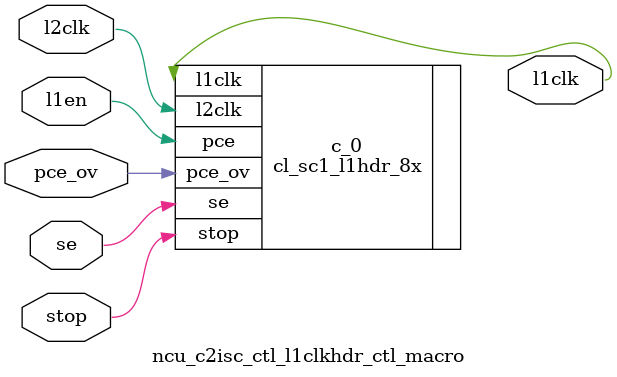
<source format=v>
`define RF_RDEN_OFFSTATE            1'b1

`define NCU_INTMANRF_DEPTH         128
`define NCU_INTMANRF_DATAWIDTH      16
`define NCU_INTMANRF_ADDRWIDTH       7
//====================================

//====================================
`define NCU_MONDORF_DEPTH           64
`define NCU_MONDORF_DATAWIDTH       72
`define NCU_MONDORF_ADDRWIDTH        6
//====================================

//====================================
`define NCU_CPUBUFRF_DEPTH          32
`define NCU_CPUBUFRF_DATAWIDTH     144
`define NCU_CPUBUFRF_ADDRWIDTH       5
//====================================

//====================================
`define NCU_IOBUFRF_DEPTH          32
`define NCU_IOBUFRF_DATAWIDTH     144
`define NCU_IOBUFRF_ADDRWIDTH       5
//====================================

//====================================
`define NCU_IOBUF1RF_DEPTH          32
`define NCU_IOBUF1RF_DATAWIDTH      32
`define NCU_IOBUF1RF_ADDRWIDTH       5
//====================================

//====================================
`define NCU_INTBUFRF_DEPTH          32
`define NCU_INTBUFRF_DATAWIDTH     144
`define NCU_INTBUFRF_ADDRWIDTH       5
//====================================

//== fix me : need to remove when warm //
//== becomes available //
`define WMR_LENGTH		10'd999
`define WMR_LENGTH_P1		10'd1000

//// NCU CSR_MAN address   80_0000_xxxx ////
`define NCU_CSR_MAN			16'h0000
`define NCU_CREG_INTMAN			16'h0000
//`define NCU_CREG_INTVECDISP		16'h0800
`define NCU_CREG_MONDOINVEC		16'h0a00
`define NCU_CREG_SERNUM			16'h1000
`define NCU_CREG_FUSESTAT		16'h1008
`define NCU_CREG_COREAVAIL		16'h1010
`define NCU_CREG_BANKAVAIL		16'h1018
`define NCU_CREG_BANK_ENABLE		16'h1020
`define NCU_CREG_BANK_ENABLE_STATUS 	16'h1028
`define NCU_CREG_L2_HASH_ENABLE		16'h1030
`define NCU_CREG_L2_HASH_ENABLE_STATUS	16'h1038


`define NCU_CREG_MEM32_BASE	16'h2000
`define NCU_CREG_MEM32_MASK	16'h2008
`define NCU_CREG_MEM64_BASE	16'h2010
`define NCU_CREG_MEM64_MASK	16'h2018
`define NCU_CREG_IOCON_BASE	16'h2020
`define NCU_CREG_IOCON_MASK	16'h2028
`define NCU_CREG_MMUFSH		16'h2030

`define NCU_CREG_ESR		16'h3000
`define NCU_CREG_ELE		16'h3008
`define NCU_CREG_EIE		16'h3010
`define NCU_CREG_EJR		16'h3018
`define NCU_CREG_FEE		16'h3020
`define NCU_CREG_PER		16'h3028
`define NCU_CREG_SIISYN		16'h3030
`define NCU_CREG_NCUSYN		16'h3038
`define NCU_CREG_SCKSEL         16'h3040
`define NCU_CREG_DBGTRIG_EN     16'h4000

//// NUC CSR_MONDO address 80_0004_xxxx ////
`define NCU_CSR_MONDO		16'h0004
`define NCU_CREG_MDATA0  	16'h0000 
`define NCU_CREG_MDATA1  	16'h0200 
`define NCU_CREG_MDATA0_ALIAS	16'h0400 
`define NCU_CREG_MDATA1_ALIAS	16'h0600 
`define NCU_CREG_MBUSY		16'h0800 
`define NCU_CREG_MBUSY_ALIAS	16'h0a00 



// ASI shared reg 90_xxxx_xxxx//
`define NCU_ASI_A_HIT			10'h104 // 6-bits cpuid and thread id are "x"
`define NCU_ASI_B_HIT			10'h1CC // 6-bits cpuid and thread id are "x"
`define NCU_ASI_C_HIT			10'h114	// 6-bits cpuid and thread id are "x"
`define NCU_ASI_COREAVAIL		16'h0000
`define NCU_ASI_CORE_ENABLE_STATUS	16'h0010
`define NCU_ASI_CORE_ENABLE		16'h0020
`define NCU_ASI_XIR_STEERING		16'h0030
`define NCU_ASI_CORE_RUNNINGRW		16'h0050
`define NCU_ASI_CORE_RUNNING_STATUS	16'h0058
`define NCU_ASI_CORE_RUNNING_W1S	16'h0060
`define NCU_ASI_CORE_RUNNING_W1C	16'h0068
`define NCU_ASI_INTVECDISP		16'h0000
`define NCU_ASI_ERR_STR                 16'h1000
`define NCU_ASI_WMR_VEC_MASK            16'h0018
`define NCU_ASI_CMP_TICK_ENABLE		16'h0038


//// UCB packet type ////
`define UCB_READ_NACK	4'b0000    // ack/nack types
`define UCB_READ_ACK	4'b0001
`define UCB_WRITE_ACK	4'b0010
`define UCB_IFILL_ACK	4'b0011
`define UCB_IFILL_NACK	4'b0111

`define UCB_READ_REQ	4'b0100    // req types
`define UCB_WRITE_REQ	4'b0101
`define UCB_IFILL_REQ	4'b0110

`define UCB_INT		4'b1000    // plain interrupt
`define UCB_INT_VEC	4'b1100    // interrupt with vector
`define UCB_INT_SOC_UE	4'b1001    // soc interrup ue
`define UCB_INT_SOC_CE  4'b1010    // soc interrup ce
`define UCB_RESET_VEC	4'b0101    // reset with vector
`define UCB_IDLE_VEC	4'b1110    // idle with vector
`define UCB_RESUME_VEC	4'b1111    // resume with vector

`define UCB_INT_SOC 	4'b1101    // soc interrup ce


//// PCX packet type ////
`define	PCX_LOAD_RQ	5'b00000
`define	PCX_IMISS_RQ	5'b10000
`define	PCX_STORE_RQ	5'b00001
`define PCX_FWD_RQs	5'b01101
`define PCX_FWD_RPYs	5'b01110

//// CPX packet type ////
//`define CPX_LOAD_RET	4'b0000
`define CPX_LOAD_RET	4'b1000
`define CPX_ST_ACK	4'b0100
//`define CPX_IFILL_RET	4'b0001
`define CPX_IFILL_RET	4'b1001
`define CPX_INT_RET	4'b0111
`define CPX_INT_SOC	4'b1101
//`define CPX_FWD_RQ_RET	4'b1010
//`define CPX_FWD_RPY_RET	4'b1011




//// Global CSR decode ////
`define NCU_CSR		8'h80
`define NIU_CSR		8'h81
//`define RNG_CSR		8'h82
`define DBG1_CSR               8'h86
`define CCU_CSR		8'h83
`define MCU_CSR		8'h84
`define TCU_CSR		8'h85
`define DMU_CSR		8'h88
`define RCU_CSR		8'h89
`define NCU_ASI		8'h90
			/////8'h91 ~ 9F reserved
			/////8'hA0 ~ BF L2 CSR////
`define DMU_PIO		4'hC   // C0 ~ CF
			/////8'hB0 ~ FE reserved
`define SSI_CSR		8'hFF


//// NCU_SSI ////
`define SSI_ADDR 	 	12'hFF_F
`define SSI_ADDR_TIMEOUT_REG	40'hFF_0001_0088
`define SSI_ADDR_LOG_REG	40'hFF_0000_0018

`define IF_IDLE 2'b00
`define IF_ACPT 2'b01
`define IF_DROP 2'b10

`define SSI_IDLE     3'b000
`define	SSI_REQ      3'b001
`define	SSI_WDATA    3'b011
`define	SSI_REQ_PAR  3'b101
`define	SSI_ACK      3'b111
`define	SSI_RDATA    3'b110
`define	SSI_ACK_PAR  3'b010










module ncu_c2isc_ctl (
  iol2clk, 
  tcu_scan_en, 
  scan_in, 
  scan_out, 
  tcu_pce_ov, 
  tcu_clk_stop, 
  tcu_aclk, 
  tcu_bclk, 
  pcx_packet, 
  pcx_packet_ue, 
  pcx_packet_pe, 
  pas, 
  pa_ld, 
  cpubuf_rd, 
  cpu_packet_type, 
  cpu_packet_size, 
  c2i_packet_addr, 
  cpubuf_tail_f, 
  cpubuf_head_s, 
  cpubuf_head_ptr, 
  cpubuf_rden, 
  mem32_base, 
  mem32_mask, 
  mem32_en, 
  mem64_base, 
  mem64_mask, 
  mem64_en, 
  iocon_base, 
  iocon_mask, 
  iocon_en, 
  cpubuf_pe, 
  cpubuf_ue, 
  mb0_raddr, 
  mb1_run, 
  mb1_addr, 
  mb1_cpubuf_rd_en, 
  c2i_packet_vld, 
  c2i_packet_is_rd_req, 
  c2i_packet_is_wr_req, 
  dmupio_ucb_sel, 
  com_map, 
  dmupio_addr35to24, 
  dmupio_ucb_buf_acpt, 
  dmucsr_ucb_sel, 
  dmucsr_ucb_buf_acpt, 
  ssi_ucb_sel, 
  ssi_ucb_buf_acpt, 
  mcu0_ucb_sel, 
  mcu0_ucb_buf_acpt, 
  mcu1_ucb_sel, 
  mcu1_ucb_buf_acpt, 
  mcu2_ucb_sel, 
  mcu2_ucb_buf_acpt, 
  mcu3_ucb_sel, 
  mcu3_ucb_buf_acpt, 
  ccu_ucb_sel, 
  ccu_ucb_buf_acpt, 
  rcu_ucb_sel, 
  rcu_ucb_buf_acpt, 
  dbg1_ucb_sel, 
  dbg1_ucb_buf_acpt, 
  niu_ucb_sel, 
  niu_ucb_buf_acpt, 
  ncu_man_ucb_sel, 
  ncu_man_ucb_buf_acpt, 
  ncu_int_ucb_sel, 
  ncu_int_ucb_buf_acpt, 
  bounce_ucb_sel, 
  bounce_ucb_buf_acpt, 
  rd_nack_ucb_sel, 
  rd_nack_ucb_buf_acpt, 
  srvc_wr_ack, 
  iobuf_avail, 
  c2i_wait, 
  tap_iob_packet_vld, 
  tap_iob_packet, 
  iob_tap_busy, 
  tap_sel) ;
wire cpubuf_tail_ff_scanin;
wire cpubuf_tail_ff_scanout;
wire [5:0] cpubuf_tail;
wire l1clk;
wire cpubuf_head_d1_ff_scanin;
wire cpubuf_head_d1_ff_scanout;
wire [5:0] cpubuf_head_d1;
wire [5:0] cpubuf_head;
wire pipe_full;
wire aov;
wire pav;
wire pbv;
wire cpu_vld;
wire head_inc;
wire aog;
wire rd;
wire cpubuf_rden_nobist_eco;
wire aog_ff_scanin;
wire aog_ff_scanout;
wire aov_next;
wire aov_ff_scanin;
wire aov_ff_scanout;
wire pav_ff_scanin;
wire pav_ff_scanout;
wire pb_ld;
wire pbv_ff_scanin;
wire pbv_ff_scanout;
wire pbs_next;
wire pbs_ff_scanin;
wire pbs_ff_scanout;
wire pbs;
wire mov;
wire cpu_sel;
wire ucb_buf_acpt;
wire cpu_packet_needs_wr_ack;
wire cpu_vld_next;
wire cpu_vld_ff_scanin;
wire cpu_vld_ff_scanout;
wire tap_vld;
wire [3:0] cpu_wr_pkt_sz;
wire unconnect_cpu_wr_pkt_sz_0;
wire [2:0] cpu_wr_pkt_sz_enc;
wire cpu_packet_is_8B;
wire tap_packet_is_8B;
wire c2i_packet_is_if_req;
wire c2i_packet_is_ack;
wire c2i_packet_is_8B;
wire tcu_ucb_sel;
wire pcie_hit;
wire [11:0] mem32_masked;
wire [11:0] mem64_masked;
wire [11:0] iocon_masked;
wire mem32_vld;
wire mem64_vld;
wire iocon_vld;
wire [11:0] muxed_mask;
wire no_match_ucb;
wire blackhole_acpt;
wire siclk;
wire soclk;
wire se;
wire pce_ov;
wire stop;



////////////////////////////////////////////////////////////////////////
// Signal declarations
////////////////////////////////////////////////////////////////////////
// Global interface
input		iol2clk;

input		tcu_scan_en;
input		scan_in;
output		scan_out;
input		tcu_pce_ov;
input		tcu_clk_stop;
input		tcu_aclk;
input		tcu_bclk;

// c2i sdp 
input [128:0]	pcx_packet;
input		pcx_packet_ue;
input		pcx_packet_pe;
output		pas;		// 0in known_driven
output		pa_ld;		// 0in known_driven
output		cpubuf_rd;	// 0in known_driven
//output	cpu_packet_is_req;
output [3:0]	cpu_packet_type;
output [2:0]	cpu_packet_size;
input [39:0]	c2i_packet_addr;

// c2i fctrl
input [5:0]	cpubuf_tail_f; // 0in known_driven
output [5:0]	cpubuf_head_s; // 0in known_driven

// CPU buffer interface
output [4:0]	cpubuf_head_ptr;// 0in known_driven
output		cpubuf_rden;	// 0in known_driven

// creg from ctrl blk //
input [11:0]	mem32_base;	// 0in known_driven
input [11:0]	mem32_mask;	// 0in known_driven
input		mem32_en;	// 0in known_driven
input [11:0]	mem64_base;	// 0in known_driven
input [11:0]	mem64_mask;	// 0in known_driven
input		mem64_en;	// 0in known_driven
input [11:0]	iocon_base;	// 0in known_driven
input [11:0]	iocon_mask;	// 0in known_driven
input		iocon_en;	// 0in known_driven
output		cpubuf_pe;	// 0in known_driven
output		cpubuf_ue;	// 0in known_driven

// mb0 signals //
input [5:0]	mb0_raddr;
//input		mb0_cpubuf_sel;
input		mb1_run;
input [5:0]     mb1_addr;
input		mb1_cpubuf_rd_en;


// UCB buffer interface
output		c2i_packet_vld; // 0in known_driven
output		c2i_packet_is_rd_req; // 0in known -active c2i_packet_vld
output		c2i_packet_is_wr_req; // 0in known -active c2i_packet_vld

output		dmupio_ucb_sel;		// 0in known -active c2i_packet_vld
output [1:0]	com_map;		// 0in known -active c2i_packet_vld
output [11:0]	dmupio_addr35to24 ;
input		dmupio_ucb_buf_acpt; 	// 0in known -active c2i_packet_vld
output		dmucsr_ucb_sel;		// 0in known -active c2i_packet_vld
input		dmucsr_ucb_buf_acpt; 	// 0in known -active c2i_packet_vld
output		ssi_ucb_sel;		// 0in known -active c2i_packet_vld
input		ssi_ucb_buf_acpt; 	// 0in known -active c2i_packet_vld
output		mcu0_ucb_sel;		// 0in known -active c2i_packet_vld
input		mcu0_ucb_buf_acpt; 	// 0in known -active c2i_packet_vld
output		mcu1_ucb_sel;		// 0in known -active c2i_packet_vld
input		mcu1_ucb_buf_acpt; 	// 0in known -active c2i_packet_vld
output		mcu2_ucb_sel;		// 0in known -active c2i_packet_vld
input		mcu2_ucb_buf_acpt; 	// 0in known -active c2i_packet_vld
output		mcu3_ucb_sel;		// 0in known -active c2i_packet_vld
input		mcu3_ucb_buf_acpt; 	// 0in known -active c2i_packet_vld
output		ccu_ucb_sel;		// 0in known -active c2i_packet_vld
input		ccu_ucb_buf_acpt; 	// 0in known -active c2i_packet_vld
output		rcu_ucb_sel;		// 0in known -active c2i_packet_vld
input		rcu_ucb_buf_acpt; 	// 0in known -active c2i_packet_vld
output          dbg1_ucb_sel;           // 0in known -active c2i_packet_vld
input           dbg1_ucb_buf_acpt;      // 0in known -active c2i_packet_vld
output		niu_ucb_sel;		// 0in known -active c2i_packet_vld
input		niu_ucb_buf_acpt; 	// 0in known -active c2i_packet_vld
output		ncu_man_ucb_sel;	// 0in known -active c2i_packet_vld
input		ncu_man_ucb_buf_acpt; 	// 0in known -active c2i_packet_vld
output		ncu_int_ucb_sel;	// 0in known -active c2i_packet_vld
input		ncu_int_ucb_buf_acpt; 	// 0in known -active c2i_packet_vld
output		bounce_ucb_sel;		// 0in known -active c2i_packet_vld
input		bounce_ucb_buf_acpt; 	// 0in known -active c2i_packet_vld
output		rd_nack_ucb_sel;	// 0in known -active c2i_packet_vld
input		rd_nack_ucb_buf_acpt; 	// 0in known -active c2i_packet_vld

output		srvc_wr_ack;	// 0in known_driven
input		iobuf_avail;	// 0in known_driven
input		c2i_wait;	// 0in known_driven

input		tap_iob_packet_vld;	// 0in known_driven
input [127:0]	tap_iob_packet;
output		iob_tap_busy;		// 0in known_driven
output		tap_sel;


// Internal signals


reg		cpu_packet_is_rd_req;
reg		cpu_packet_is_wr_req;
reg		cpu_packet_is_if_req;
reg [3:0]	cpu_packet_type;
reg [2:0]	cpu_packet_size;

reg		tap_packet_is_rd_req;
reg		tap_packet_is_wr_req;
reg		tap_packet_is_ack;
reg		tap_packet_is_if_req;



// Request packets for these masters will go to one ucb




/*****************************************************************
 * CPU Buffer Control
 *****************************************************************/ 
// Flop tail pointer to convert to io clock domain
ncu_c2isc_ctl_msff_ctl_macro__width_6 cpubuf_tail_ff 
				(
				.scan_in(cpubuf_tail_ff_scanin),
				.scan_out(cpubuf_tail_ff_scanout),
				.dout		(cpubuf_tail[5:0]),
				.l1clk		(l1clk),
				.din		(cpubuf_tail_f[5:0]),
  .siclk(siclk),
  .soclk(soclk)
				);
ncu_c2isc_ctl_msff_ctl_macro__width_6 cpubuf_head_d1_ff 
				(
				.scan_in(cpubuf_head_d1_ff_scanin),
				.scan_out(cpubuf_head_d1_ff_scanout),
				.dout		(cpubuf_head_d1[5:0]),
				.l1clk		(l1clk),
				.din		(cpubuf_head[5:0]),
  .siclk(siclk),
  .soclk(soclk)
				);

assign	cpubuf_head_ptr[4:0] = mb1_run ? mb1_addr[4:0] : cpubuf_head[4:0];
assign 	cpubuf_head_s[5:0] = cpubuf_head_d1[5:0];
//assign 	pipe_full = (aov+pav+pbv+cpu_vld)==2'b11 ;
assign	pipe_full = ~aov ? (pav & pbv & cpu_vld) :
		    ~pav ? (pbv & cpu_vld) :
		    ~pbv ? (cpu_vld) : 1'b1 ;
assign	head_inc = aog & (rd | ~pipe_full) ;
assign	cpubuf_head[5:0] = head_inc ? cpubuf_head_d1[5:0]+6'h01 : cpubuf_head_d1[5:0] ;

assign	cpubuf_rden = mb1_run ? mb1_cpubuf_rd_en : (cpubuf_tail[5:0] != cpubuf_head[5:0]) ;
assign	cpubuf_rden_nobist_eco = (cpubuf_tail[5:0] != cpubuf_head[5:0]) ;
//assign	aog_next = (cpubuf_tail[5:0] != cpubuf_head[5:0]) ;
ncu_c2isc_ctl_msff_ctl_macro__width_1 aog_ff 
				(
				.scan_in(aog_ff_scanin),
				.scan_out(aog_ff_scanout),
				.dout		(aog),
				.l1clk		(l1clk),
				.din		(cpubuf_rden_nobist_eco),
  .siclk(siclk),
  .soclk(soclk)
				);

assign	aov_next = cpubuf_rden_nobist_eco & (head_inc | ~aog);
ncu_c2isc_ctl_msff_ctl_macro__width_1 aov_ff 
				(
				.scan_in(aov_ff_scanin),
				.scan_out(aov_ff_scanout),
				.dout		(aov),
				.l1clk		(l1clk),
				.din		(aov_next),
  .siclk(siclk),
  .soclk(soclk)
				);

assign	pa_ld = (pav==cpubuf_rd) ;
ncu_c2isc_ctl_msff_ctl_macro__en_1__width_1 pav_ff  
				(
				.scan_in(pav_ff_scanin),
				.scan_out(pav_ff_scanout),
				.dout		(pav),
				.l1clk		(l1clk),
				.en		(pa_ld),
				.din		(pbv),
  .siclk(siclk),
  .soclk(soclk)
				);

assign	pb_ld = (~pav | cpubuf_rd | ~pbv) ;
ncu_c2isc_ctl_msff_ctl_macro__en_1__width_1 pbv_ff  
				(
				.scan_in(pbv_ff_scanin),
				.scan_out(pbv_ff_scanout),
				.dout		(pbv),
				.l1clk		(l1clk),
				.en		(pb_ld),
				.din		(aov),
  .siclk(siclk),
  .soclk(soclk)
				);

assign	pbs_next = pas ? (aov & !pbv & pav)&rd : cpubuf_rd ;
ncu_c2isc_ctl_msff_ctl_macro__width_1 pbs_ff 
				(
				.scan_in(pbs_ff_scanin),
				.scan_out(pbs_ff_scanout),
				.dout		(pbs),
				.l1clk		(l1clk),
				.din		(pbs_next),
  .siclk(siclk),
  .soclk(soclk)
				);
assign 	pas = ~pbs;


assign	mov = pas ? pav : pbv ;
assign	cpubuf_rd = mov & (~cpu_vld | rd) ;

assign	rd = (cpu_vld & ( (cpu_sel&ucb_buf_acpt)|
			   pcx_packet_ue|
			  (pcx_packet_pe&cpu_packet_needs_wr_ack&(iobuf_avail&~c2i_wait))) );

//assign	cpubuf_ue = rd&pcx_packet_ue;
assign	cpubuf_ue = cpu_vld&pcx_packet_ue;
assign	cpubuf_pe = rd&pcx_packet_pe;

/*****************************************************************
 * Arbitrate between TAP and CPU requests
 *****************************************************************/ 
// Valid indicates which master has a valid packet pending
assign	cpu_vld_next = cpu_vld ? (~rd|mov) : mov ;
//assign 	cpu_vld_next = cpubuf_rd | (cpu_vld & ~(cpu_sel & ucb_buf_acpt));

ncu_c2isc_ctl_msff_ctl_macro__width_1 cpu_vld_ff 
				(
				.scan_in(cpu_vld_ff_scanin),
				.scan_out(cpu_vld_ff_scanout),
				.dout		(cpu_vld),
				.l1clk		(l1clk),
				.din		(cpu_vld_next),
  .siclk(siclk),
  .soclk(soclk)
				);

assign 	tap_vld = tap_iob_packet_vld;


// TAP packets priority > PCX packets priority
assign 	tap_sel = tap_vld;
assign 	cpu_sel = ~tap_vld;

// Signal masters if the packet is accepted
assign 	iob_tap_busy = tap_vld & ~ucb_buf_acpt;


assign 	c2i_packet_vld = tap_vld | (cpu_vld & ~pcx_packet_ue & ~(pcx_packet_pe&cpu_packet_is_wr_req) & 
						( dmupio_ucb_sel|
	                                        ~(cpu_packet_needs_wr_ack&(~iobuf_avail|c2i_wait))    
				                ) );


assign		cpu_wr_pkt_sz[3:0]  = 	({3'b0,pcx_packet[111]}+{3'b0,pcx_packet[110]}) +
					({3'b0,pcx_packet[109]}+{3'b0,pcx_packet[108]}) +
					({3'b0,pcx_packet[107]}+{3'b0,pcx_packet[106]}) +
					({3'b0,pcx_packet[105]}+{3'b0,pcx_packet[104]})  ;

assign		unconnect_cpu_wr_pkt_sz_0 = cpu_wr_pkt_sz[0];
assign		cpu_wr_pkt_sz_enc[2:0] = cpu_wr_pkt_sz[3] ? 3'b011 : cpu_wr_pkt_sz[3:1] ;

/*****************************************************************
 * Decode packet from CPU buffer
 *****************************************************************/
always @(/*AUTOSENSE*/cpu_wr_pkt_sz_enc or pcx_packet) begin
   // Packet will be dropped if it is not a request 
   case (pcx_packet[128:124]) //rqtyp//
	`PCX_LOAD_RQ : begin
	   cpu_packet_is_rd_req = 1'b1;
	   cpu_packet_is_wr_req = 1'b0;
	   cpu_packet_is_if_req = 1'b0;
	   cpu_packet_type[3:0] = `UCB_READ_REQ ;
	   cpu_packet_size[2:0] = {1'b0,pcx_packet[105:104]} ;
	end
	`PCX_IMISS_RQ : begin
	   cpu_packet_is_rd_req = 1'b0;
	   cpu_packet_is_wr_req = 1'b0;
	   cpu_packet_is_if_req = 1'b1;
	   cpu_packet_type[3:0] = `UCB_IFILL_REQ ;
	   cpu_packet_size[2:0] = {1'b0,pcx_packet[105:104]} ;
	end
	`PCX_STORE_RQ : begin
	   cpu_packet_is_rd_req = 1'b0;
	   cpu_packet_is_wr_req = 1'b1;
	   cpu_packet_is_if_req = 1'b0;
	   cpu_packet_type[3:0] = `UCB_WRITE_REQ ;
	   cpu_packet_size[2:0] = cpu_wr_pkt_sz_enc[2:0] ;
	end
	default : begin
           cpu_packet_is_rd_req = 1'b0;
           cpu_packet_is_wr_req = 1'b0;
           cpu_packet_is_if_req = 1'b0;
           cpu_packet_type[3:0] = 4'hf;
	   cpu_packet_size[2:0] = 3'b0;
	end
   endcase // case(pcx_packet[128:124])
end


// Decode PCX packet to see if it is a write request.  We need to
// generate acks for writes.
assign 	cpu_packet_needs_wr_ack = (pcx_packet[128:124] == `PCX_STORE_RQ) ;

//assign 	cpu_packet_is_8B = pcx_packet[106:104] == 3'b011;
assign 	cpu_packet_is_8B = (cpu_packet_size[2:0] == 3'b011) ;


/*****************************************************************
 * Decode packet from TAP
 *****************************************************************/
always @(/*AUTOSENSE*/tap_iob_packet) begin
   case (tap_iob_packet[3:0])
	`UCB_READ_REQ : begin
	   tap_packet_is_rd_req = 1'b1;
	   tap_packet_is_wr_req = 1'b0;
	   tap_packet_is_ack = 1'b0;
	   tap_packet_is_if_req = 1'b0;
	end
	`UCB_WRITE_REQ : begin
	   tap_packet_is_rd_req = 1'b0;
	   tap_packet_is_wr_req = 1'b1;
	   tap_packet_is_ack = 1'b0;
	   tap_packet_is_if_req = 1'b0;
	end
	`UCB_IFILL_REQ : begin
	   tap_packet_is_rd_req = 1'b0;
	   tap_packet_is_wr_req = 1'b0;
	   tap_packet_is_ack = 1'b0;
	   tap_packet_is_if_req = 1'b1;
	end
	`UCB_READ_NACK,
	`UCB_READ_ACK : begin
	   tap_packet_is_rd_req = 1'b0;
	   tap_packet_is_wr_req = 1'b0;
	   tap_packet_is_ack = 1'b1;
	   tap_packet_is_if_req = 1'b0;
	end
	default : begin
           tap_packet_is_rd_req = 1'b0;
           tap_packet_is_wr_req = 1'b0;
           tap_packet_is_ack = 1'b0;
	   tap_packet_is_if_req = 1'b0;
	end
   endcase
end // always @ (...

assign 	tap_packet_is_8B = tap_iob_packet[14:12] == 3'b011;


/*****************************************************************
 * Mux between TAP and CPU packet
 *****************************************************************/
assign 	c2i_packet_is_rd_req = tap_sel ? tap_packet_is_rd_req : cpu_packet_is_rd_req;

assign 	c2i_packet_is_wr_req = tap_sel ? tap_packet_is_wr_req : cpu_packet_is_wr_req;

assign 	c2i_packet_is_if_req = tap_sel ? tap_packet_is_if_req : cpu_packet_is_if_req;

assign c2i_packet_is_ack = tap_sel ? tap_packet_is_ack : 1'b0 ;

assign 	c2i_packet_is_8B = tap_sel ? tap_packet_is_8B : cpu_packet_is_8B;


/*****************************************************************
 * Decode 8 MSB of c2i packet address to figure out which UCB it
 * should go to
 *****************************************************************/ 
// jimmy: assign mem_ucb_sel  = ((c2i_packet_addr[39:32] <= `DRAM_DATA_HI) &
// jimmy: 	    (c2i_packet_addr[39:32] >= `DRAM_DATA_LO)) &
// jimmy: 	   (c2i_packet_is_rd_req | c2i_packet_is_wr_req);

// jimmy: assign l2_ucb_sel   =  (c2i_packet_addr[39:32] == `TAP2L2C) &

// jimmy: assign asi_ucb_sel  =  (c2i_packet_addr[39:32] == `TAP2ASI) &
// jimmy: 	    (c2i_packet_is_rd_req | c2i_packet_is_wr_req) & c2i_packet_is_8B;

assign tcu_ucb_sel  =  (c2i_packet_addr[39:32] == `TCU_CSR) &
 	    (c2i_packet_is_rd_req | c2i_packet_is_wr_req) & c2i_packet_is_8B;

////
// Bit 13:12 indicate which DRAM control we want
assign 	mcu0_ucb_sel    = ((c2i_packet_addr[39:32] == `MCU_CSR) &
			   (c2i_packet_addr[13:12] == 2'b00)) &
			  (c2i_packet_is_rd_req | c2i_packet_is_wr_req) & c2i_packet_is_8B;

assign 	mcu1_ucb_sel    = ((c2i_packet_addr[39:32] == `MCU_CSR) &
			   (c2i_packet_addr[13:12] == 2'b01)) &
			  (c2i_packet_is_rd_req | c2i_packet_is_wr_req) & c2i_packet_is_8B;

assign 	mcu2_ucb_sel    = ((c2i_packet_addr[39:32] == `MCU_CSR) &
			   (c2i_packet_addr[13:12] == 2'b10)) &
			  (c2i_packet_is_rd_req | c2i_packet_is_wr_req) & c2i_packet_is_8B;

assign 	mcu3_ucb_sel    = ((c2i_packet_addr[39:32] == `MCU_CSR) &
			   (c2i_packet_addr[13:12] == 2'b11)) &
			  (c2i_packet_is_rd_req | c2i_packet_is_wr_req) & c2i_packet_is_8B;

assign 	dmucsr_ucb_sel  = (c2i_packet_addr[39:32] == `DMU_CSR) &
			  (c2i_packet_is_rd_req | c2i_packet_is_wr_req) & c2i_packet_is_8B;

////
assign	pcie_hit = (c2i_packet_addr[39:36]==`DMU_PIO) ;
assign	mem32_masked[11:0] = c2i_packet_addr[35:24] & mem32_mask[11:0] ;
assign	mem64_masked[11:0] = c2i_packet_addr[35:24] & mem64_mask[11:0] ;
assign	iocon_masked[11:0] = c2i_packet_addr[35:24] & iocon_mask[11:0] ;
assign	mem32_vld = (mem32_masked[11:0]==mem32_base[11:0]) & pcie_hit & mem32_en ;
assign	mem64_vld = (mem64_masked[11:0]==mem64_base[11:0]) & pcie_hit & mem64_en ;
assign	iocon_vld = (iocon_masked[11:0]==iocon_base[11:0]) & pcie_hit & iocon_en ;
assign	com_map[1:0] =  mem64_vld ? 2'b11 :
			mem32_vld ? 2'b10 : {1'b0,c2i_packet_addr[28]} ; 

assign	muxed_mask[11:0] = mem64_vld ? mem64_mask[11:0] :
			   mem32_vld ? mem32_mask[11:0] :
			     	       iocon_mask[11:0] ;

assign  dmupio_addr35to24[11:0] = c2i_packet_addr[35:24] & {~muxed_mask[11:0]} ;

assign 	dmupio_ucb_sel  = ((mem32_vld|mem64_vld|iocon_vld) &
			   (c2i_packet_is_rd_req | c2i_packet_is_wr_req) ) ;

////
assign 	ssi_ucb_sel     = (c2i_packet_addr[39:32] == `SSI_CSR) &
			  (c2i_packet_is_rd_req | c2i_packet_is_wr_req | 
			    c2i_packet_is_if_req);

assign 	ccu_ucb_sel     = (c2i_packet_addr[39:32] == `CCU_CSR) &
			  (c2i_packet_is_rd_req | c2i_packet_is_wr_req) & c2i_packet_is_8B;

assign 	rcu_ucb_sel     = (c2i_packet_addr[39:32] == `RCU_CSR) &
			  (c2i_packet_is_rd_req | c2i_packet_is_wr_req) & c2i_packet_is_8B;

assign 	dbg1_ucb_sel     = (c2i_packet_addr[39:32] == `DBG1_CSR) &
			  (c2i_packet_is_rd_req | c2i_packet_is_wr_req) & c2i_packet_is_8B;

assign 	niu_ucb_sel     = (c2i_packet_addr[39:32] == `NIU_CSR) & (c2i_packet_addr[2:0]==3'b000) &
			  (c2i_packet_is_rd_req | c2i_packet_is_wr_req) & c2i_packet_is_8B;

//// addr[18] to tell if ncu's access is man or int(tap_mondo) ////
assign 	ncu_man_ucb_sel = ( ((c2i_packet_addr[39:32] == `NCU_CSR)&(c2i_packet_addr[31:16]==`NCU_CSR_MAN)) | 
                            (c2i_packet_addr[39:32] == `NCU_ASI) ) &
			  (c2i_packet_is_rd_req | c2i_packet_is_wr_req) & c2i_packet_is_8B ;

assign 	ncu_int_ucb_sel = (c2i_packet_addr[39:32] == `NCU_CSR)&(c2i_packet_addr[31:16]==`NCU_CSR_MONDO) &
			  (c2i_packet_is_rd_req | c2i_packet_is_wr_req) & c2i_packet_is_8B;

// Request to L2/TAP/ASI addresses can only be accessed through the i2c path
// Ack to CPU/TAP is also sent through the i2c path
assign  bounce_ucb_sel = tcu_ucb_sel | c2i_packet_is_ack;

// Any request that does not match any defined address space
assign  no_match_ucb = 	~(	tcu_ucb_sel |
				mcu0_ucb_sel |
				mcu1_ucb_sel |
				mcu2_ucb_sel |
				mcu3_ucb_sel |
				dmucsr_ucb_sel |
				dmupio_ucb_sel |
				ssi_ucb_sel |
				ccu_ucb_sel |
				rcu_ucb_sel |
				dbg1_ucb_sel |
				niu_ucb_sel |
				ncu_man_ucb_sel |
				ncu_int_ucb_sel  ) ;


// This handles either read nack or ifill nack
assign     rd_nack_ucb_sel = no_match_ucb &
	                        (c2i_packet_is_rd_req | c2i_packet_is_if_req);

// The Black-Hole ucb is for sinking packets with undefined transaction type
assign     blackhole_acpt = c2i_packet_vld &
	                       ((~c2i_packet_is_rd_req & ~c2i_packet_is_wr_req &
				 ~c2i_packet_is_if_req & ~c2i_packet_is_ack) |
				(no_match_ucb & c2i_packet_is_wr_req));

// ucb_buf_acpt means c2i_packet has been accepted by a ucb buffer
// Assertion: At most only one device should accept
assign     ucb_buf_acpt =  (	dmupio_ucb_buf_acpt |
				dmucsr_ucb_buf_acpt |
				ssi_ucb_buf_acpt |
				mcu0_ucb_buf_acpt |
				mcu1_ucb_buf_acpt |
				mcu2_ucb_buf_acpt |
				mcu3_ucb_buf_acpt |
				ccu_ucb_buf_acpt |
				rcu_ucb_buf_acpt |
				dbg1_ucb_buf_acpt |
				niu_ucb_buf_acpt |
				ncu_man_ucb_buf_acpt |
				ncu_int_ucb_buf_acpt |
				bounce_ucb_buf_acpt |
				rd_nack_ucb_buf_acpt |
				blackhole_acpt );


// Generate write ack if ucb buffer is accepting a write request
assign     srvc_wr_ack = cpu_sel & (ucb_buf_acpt|(cpu_vld&pcx_packet_pe)) & 
			          cpu_packet_needs_wr_ack & ~dmupio_ucb_sel;


/**** adding clock header ****/
ncu_c2isc_ctl_l1clkhdr_ctl_macro clkgen (
				.l2clk	(iol2clk),
				.l1en	(1'b1),
				.l1clk	(l1clk),
  .pce_ov(pce_ov),
  .stop(stop),
  .se(se)
				);

/*** building tcu port ***/
assign	siclk = tcu_aclk;
assign	soclk = tcu_bclk;
assign	   se = tcu_scan_en;
assign	pce_ov = tcu_pce_ov;
assign	stop = tcu_clk_stop;

// fixscan start:
assign cpubuf_tail_ff_scanin     = scan_in                  ;
assign cpubuf_head_d1_ff_scanin  = cpubuf_tail_ff_scanout   ;
assign aog_ff_scanin             = cpubuf_head_d1_ff_scanout;
assign aov_ff_scanin             = aog_ff_scanout           ;
assign pav_ff_scanin             = aov_ff_scanout           ;
assign pbv_ff_scanin             = pav_ff_scanout           ;
assign pbs_ff_scanin             = pbv_ff_scanout           ;
assign cpu_vld_ff_scanin         = pbs_ff_scanout           ;
assign scan_out                  = cpu_vld_ff_scanout       ;
// fixscan end:
endmodule // c2i_sctrl


// Local Variables:
// verilog-auto-sense-defines-constant:t
// End:






// any PARAMS parms go into naming of macro

module ncu_c2isc_ctl_msff_ctl_macro__width_6 (
  din, 
  l1clk, 
  scan_in, 
  siclk, 
  soclk, 
  dout, 
  scan_out);
wire [5:0] fdin;
wire [4:0] so;

  input [5:0] din;
  input l1clk;
  input scan_in;


  input siclk;
  input soclk;

  output [5:0] dout;
  output scan_out;
assign fdin[5:0] = din[5:0];






dff #(6)  d0_0 (
.l1clk(l1clk),
.siclk(siclk),
.soclk(soclk),
.d(fdin[5:0]),
.si({scan_in,so[4:0]}),
.so({so[4:0],scan_out}),
.q(dout[5:0])
);












endmodule













// any PARAMS parms go into naming of macro

module ncu_c2isc_ctl_msff_ctl_macro__width_1 (
  din, 
  l1clk, 
  scan_in, 
  siclk, 
  soclk, 
  dout, 
  scan_out);
wire [0:0] fdin;

  input [0:0] din;
  input l1clk;
  input scan_in;


  input siclk;
  input soclk;

  output [0:0] dout;
  output scan_out;
assign fdin[0:0] = din[0:0];






dff #(1)  d0_0 (
.l1clk(l1clk),
.siclk(siclk),
.soclk(soclk),
.d(fdin[0:0]),
.si(scan_in),
.so(scan_out),
.q(dout[0:0])
);












endmodule













// any PARAMS parms go into naming of macro

module ncu_c2isc_ctl_msff_ctl_macro__en_1__width_1 (
  din, 
  en, 
  l1clk, 
  scan_in, 
  siclk, 
  soclk, 
  dout, 
  scan_out);
wire [0:0] fdin;

  input [0:0] din;
  input en;
  input l1clk;
  input scan_in;


  input siclk;
  input soclk;

  output [0:0] dout;
  output scan_out;
assign fdin[0:0] = (din[0:0] & {1{en}}) | (dout[0:0] & ~{1{en}});






dff #(1)  d0_0 (
.l1clk(l1clk),
.siclk(siclk),
.soclk(soclk),
.d(fdin[0:0]),
.si(scan_in),
.so(scan_out),
.q(dout[0:0])
);












endmodule













// any PARAMS parms go into naming of macro

module ncu_c2isc_ctl_l1clkhdr_ctl_macro (
  l2clk, 
  l1en, 
  pce_ov, 
  stop, 
  se, 
  l1clk);


  input l2clk;
  input l1en;
  input pce_ov;
  input stop;
  input se;
  output l1clk;



 

cl_sc1_l1hdr_8x c_0 (


   .l2clk(l2clk),
   .pce(l1en),
   .l1clk(l1clk),
  .se(se),
  .pce_ov(pce_ov),
  .stop(stop)
);



endmodule









</source>
